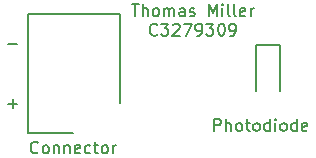
<source format=gto>
G04 #@! TF.GenerationSoftware,KiCad,Pcbnew,5.1.6*
G04 #@! TF.CreationDate,2020-09-30T09:36:14+10:00*
G04 #@! TF.ProjectId,Photodiode,50686f74-6f64-4696-9f64-652e6b696361,rev?*
G04 #@! TF.SameCoordinates,Original*
G04 #@! TF.FileFunction,Legend,Top*
G04 #@! TF.FilePolarity,Positive*
%FSLAX46Y46*%
G04 Gerber Fmt 4.6, Leading zero omitted, Abs format (unit mm)*
G04 Created by KiCad (PCBNEW 5.1.6) date 2020-09-30 09:36:14*
%MOMM*%
%LPD*%
G01*
G04 APERTURE LIST*
%ADD10C,0.150000*%
%ADD11C,0.200000*%
G04 APERTURE END LIST*
D10*
X114213333Y-50697380D02*
X114784761Y-50697380D01*
X114499047Y-51697380D02*
X114499047Y-50697380D01*
X115118095Y-51697380D02*
X115118095Y-50697380D01*
X115546666Y-51697380D02*
X115546666Y-51173571D01*
X115499047Y-51078333D01*
X115403809Y-51030714D01*
X115260952Y-51030714D01*
X115165714Y-51078333D01*
X115118095Y-51125952D01*
X116165714Y-51697380D02*
X116070476Y-51649761D01*
X116022857Y-51602142D01*
X115975238Y-51506904D01*
X115975238Y-51221190D01*
X116022857Y-51125952D01*
X116070476Y-51078333D01*
X116165714Y-51030714D01*
X116308571Y-51030714D01*
X116403809Y-51078333D01*
X116451428Y-51125952D01*
X116499047Y-51221190D01*
X116499047Y-51506904D01*
X116451428Y-51602142D01*
X116403809Y-51649761D01*
X116308571Y-51697380D01*
X116165714Y-51697380D01*
X116927619Y-51697380D02*
X116927619Y-51030714D01*
X116927619Y-51125952D02*
X116975238Y-51078333D01*
X117070476Y-51030714D01*
X117213333Y-51030714D01*
X117308571Y-51078333D01*
X117356190Y-51173571D01*
X117356190Y-51697380D01*
X117356190Y-51173571D02*
X117403809Y-51078333D01*
X117499047Y-51030714D01*
X117641904Y-51030714D01*
X117737142Y-51078333D01*
X117784761Y-51173571D01*
X117784761Y-51697380D01*
X118689523Y-51697380D02*
X118689523Y-51173571D01*
X118641904Y-51078333D01*
X118546666Y-51030714D01*
X118356190Y-51030714D01*
X118260952Y-51078333D01*
X118689523Y-51649761D02*
X118594285Y-51697380D01*
X118356190Y-51697380D01*
X118260952Y-51649761D01*
X118213333Y-51554523D01*
X118213333Y-51459285D01*
X118260952Y-51364047D01*
X118356190Y-51316428D01*
X118594285Y-51316428D01*
X118689523Y-51268809D01*
X119118095Y-51649761D02*
X119213333Y-51697380D01*
X119403809Y-51697380D01*
X119499047Y-51649761D01*
X119546666Y-51554523D01*
X119546666Y-51506904D01*
X119499047Y-51411666D01*
X119403809Y-51364047D01*
X119260952Y-51364047D01*
X119165714Y-51316428D01*
X119118095Y-51221190D01*
X119118095Y-51173571D01*
X119165714Y-51078333D01*
X119260952Y-51030714D01*
X119403809Y-51030714D01*
X119499047Y-51078333D01*
X120737142Y-51697380D02*
X120737142Y-50697380D01*
X121070476Y-51411666D01*
X121403809Y-50697380D01*
X121403809Y-51697380D01*
X121880000Y-51697380D02*
X121880000Y-51030714D01*
X121880000Y-50697380D02*
X121832380Y-50745000D01*
X121880000Y-50792619D01*
X121927619Y-50745000D01*
X121880000Y-50697380D01*
X121880000Y-50792619D01*
X122499047Y-51697380D02*
X122403809Y-51649761D01*
X122356190Y-51554523D01*
X122356190Y-50697380D01*
X123022857Y-51697380D02*
X122927619Y-51649761D01*
X122880000Y-51554523D01*
X122880000Y-50697380D01*
X123784761Y-51649761D02*
X123689523Y-51697380D01*
X123499047Y-51697380D01*
X123403809Y-51649761D01*
X123356190Y-51554523D01*
X123356190Y-51173571D01*
X123403809Y-51078333D01*
X123499047Y-51030714D01*
X123689523Y-51030714D01*
X123784761Y-51078333D01*
X123832380Y-51173571D01*
X123832380Y-51268809D01*
X123356190Y-51364047D01*
X124260952Y-51697380D02*
X124260952Y-51030714D01*
X124260952Y-51221190D02*
X124308571Y-51125952D01*
X124356190Y-51078333D01*
X124451428Y-51030714D01*
X124546666Y-51030714D01*
X116356190Y-53252142D02*
X116308571Y-53299761D01*
X116165714Y-53347380D01*
X116070476Y-53347380D01*
X115927619Y-53299761D01*
X115832380Y-53204523D01*
X115784761Y-53109285D01*
X115737142Y-52918809D01*
X115737142Y-52775952D01*
X115784761Y-52585476D01*
X115832380Y-52490238D01*
X115927619Y-52395000D01*
X116070476Y-52347380D01*
X116165714Y-52347380D01*
X116308571Y-52395000D01*
X116356190Y-52442619D01*
X116689523Y-52347380D02*
X117308571Y-52347380D01*
X116975238Y-52728333D01*
X117118095Y-52728333D01*
X117213333Y-52775952D01*
X117260952Y-52823571D01*
X117308571Y-52918809D01*
X117308571Y-53156904D01*
X117260952Y-53252142D01*
X117213333Y-53299761D01*
X117118095Y-53347380D01*
X116832380Y-53347380D01*
X116737142Y-53299761D01*
X116689523Y-53252142D01*
X117689523Y-52442619D02*
X117737142Y-52395000D01*
X117832380Y-52347380D01*
X118070476Y-52347380D01*
X118165714Y-52395000D01*
X118213333Y-52442619D01*
X118260952Y-52537857D01*
X118260952Y-52633095D01*
X118213333Y-52775952D01*
X117641904Y-53347380D01*
X118260952Y-53347380D01*
X118594285Y-52347380D02*
X119260952Y-52347380D01*
X118832380Y-53347380D01*
X119689523Y-53347380D02*
X119880000Y-53347380D01*
X119975238Y-53299761D01*
X120022857Y-53252142D01*
X120118095Y-53109285D01*
X120165714Y-52918809D01*
X120165714Y-52537857D01*
X120118095Y-52442619D01*
X120070476Y-52395000D01*
X119975238Y-52347380D01*
X119784761Y-52347380D01*
X119689523Y-52395000D01*
X119641904Y-52442619D01*
X119594285Y-52537857D01*
X119594285Y-52775952D01*
X119641904Y-52871190D01*
X119689523Y-52918809D01*
X119784761Y-52966428D01*
X119975238Y-52966428D01*
X120070476Y-52918809D01*
X120118095Y-52871190D01*
X120165714Y-52775952D01*
X120499047Y-52347380D02*
X121118095Y-52347380D01*
X120784761Y-52728333D01*
X120927619Y-52728333D01*
X121022857Y-52775952D01*
X121070476Y-52823571D01*
X121118095Y-52918809D01*
X121118095Y-53156904D01*
X121070476Y-53252142D01*
X121022857Y-53299761D01*
X120927619Y-53347380D01*
X120641904Y-53347380D01*
X120546666Y-53299761D01*
X120499047Y-53252142D01*
X121737142Y-52347380D02*
X121832380Y-52347380D01*
X121927619Y-52395000D01*
X121975238Y-52442619D01*
X122022857Y-52537857D01*
X122070476Y-52728333D01*
X122070476Y-52966428D01*
X122022857Y-53156904D01*
X121975238Y-53252142D01*
X121927619Y-53299761D01*
X121832380Y-53347380D01*
X121737142Y-53347380D01*
X121641904Y-53299761D01*
X121594285Y-53252142D01*
X121546666Y-53156904D01*
X121499047Y-52966428D01*
X121499047Y-52728333D01*
X121546666Y-52537857D01*
X121594285Y-52442619D01*
X121641904Y-52395000D01*
X121737142Y-52347380D01*
X122546666Y-53347380D02*
X122737142Y-53347380D01*
X122832380Y-53299761D01*
X122880000Y-53252142D01*
X122975238Y-53109285D01*
X123022857Y-52918809D01*
X123022857Y-52537857D01*
X122975238Y-52442619D01*
X122927619Y-52395000D01*
X122832380Y-52347380D01*
X122641904Y-52347380D01*
X122546666Y-52395000D01*
X122499047Y-52442619D01*
X122451428Y-52537857D01*
X122451428Y-52775952D01*
X122499047Y-52871190D01*
X122546666Y-52918809D01*
X122641904Y-52966428D01*
X122832380Y-52966428D01*
X122927619Y-52918809D01*
X122975238Y-52871190D01*
X123022857Y-52775952D01*
X103759047Y-54046428D02*
X104520952Y-54046428D01*
X103759047Y-59126428D02*
X104520952Y-59126428D01*
X104140000Y-59507380D02*
X104140000Y-58745476D01*
D11*
X105420000Y-61555000D02*
X109220000Y-61555000D01*
X105420000Y-51555000D02*
X105420000Y-61555000D01*
X113220000Y-51555000D02*
X105420000Y-51555000D01*
X113220000Y-59055000D02*
X113220000Y-51555000D01*
X124680000Y-54115000D02*
X124680000Y-58065000D01*
X126780000Y-54115000D02*
X124680000Y-54115000D01*
X126780000Y-58065000D02*
X126780000Y-54115000D01*
D10*
X106267619Y-63222142D02*
X106220000Y-63269761D01*
X106077142Y-63317380D01*
X105981904Y-63317380D01*
X105839047Y-63269761D01*
X105743809Y-63174523D01*
X105696190Y-63079285D01*
X105648571Y-62888809D01*
X105648571Y-62745952D01*
X105696190Y-62555476D01*
X105743809Y-62460238D01*
X105839047Y-62365000D01*
X105981904Y-62317380D01*
X106077142Y-62317380D01*
X106220000Y-62365000D01*
X106267619Y-62412619D01*
X106839047Y-63317380D02*
X106743809Y-63269761D01*
X106696190Y-63222142D01*
X106648571Y-63126904D01*
X106648571Y-62841190D01*
X106696190Y-62745952D01*
X106743809Y-62698333D01*
X106839047Y-62650714D01*
X106981904Y-62650714D01*
X107077142Y-62698333D01*
X107124761Y-62745952D01*
X107172380Y-62841190D01*
X107172380Y-63126904D01*
X107124761Y-63222142D01*
X107077142Y-63269761D01*
X106981904Y-63317380D01*
X106839047Y-63317380D01*
X107600952Y-62650714D02*
X107600952Y-63317380D01*
X107600952Y-62745952D02*
X107648571Y-62698333D01*
X107743809Y-62650714D01*
X107886666Y-62650714D01*
X107981904Y-62698333D01*
X108029523Y-62793571D01*
X108029523Y-63317380D01*
X108505714Y-62650714D02*
X108505714Y-63317380D01*
X108505714Y-62745952D02*
X108553333Y-62698333D01*
X108648571Y-62650714D01*
X108791428Y-62650714D01*
X108886666Y-62698333D01*
X108934285Y-62793571D01*
X108934285Y-63317380D01*
X109791428Y-63269761D02*
X109696190Y-63317380D01*
X109505714Y-63317380D01*
X109410476Y-63269761D01*
X109362857Y-63174523D01*
X109362857Y-62793571D01*
X109410476Y-62698333D01*
X109505714Y-62650714D01*
X109696190Y-62650714D01*
X109791428Y-62698333D01*
X109839047Y-62793571D01*
X109839047Y-62888809D01*
X109362857Y-62984047D01*
X110696190Y-63269761D02*
X110600952Y-63317380D01*
X110410476Y-63317380D01*
X110315238Y-63269761D01*
X110267619Y-63222142D01*
X110220000Y-63126904D01*
X110220000Y-62841190D01*
X110267619Y-62745952D01*
X110315238Y-62698333D01*
X110410476Y-62650714D01*
X110600952Y-62650714D01*
X110696190Y-62698333D01*
X110981904Y-62650714D02*
X111362857Y-62650714D01*
X111124761Y-62317380D02*
X111124761Y-63174523D01*
X111172380Y-63269761D01*
X111267619Y-63317380D01*
X111362857Y-63317380D01*
X111839047Y-63317380D02*
X111743809Y-63269761D01*
X111696190Y-63222142D01*
X111648571Y-63126904D01*
X111648571Y-62841190D01*
X111696190Y-62745952D01*
X111743809Y-62698333D01*
X111839047Y-62650714D01*
X111981904Y-62650714D01*
X112077142Y-62698333D01*
X112124761Y-62745952D01*
X112172380Y-62841190D01*
X112172380Y-63126904D01*
X112124761Y-63222142D01*
X112077142Y-63269761D01*
X111981904Y-63317380D01*
X111839047Y-63317380D01*
X112600952Y-63317380D02*
X112600952Y-62650714D01*
X112600952Y-62841190D02*
X112648571Y-62745952D01*
X112696190Y-62698333D01*
X112791428Y-62650714D01*
X112886666Y-62650714D01*
X121166428Y-61412380D02*
X121166428Y-60412380D01*
X121547380Y-60412380D01*
X121642619Y-60460000D01*
X121690238Y-60507619D01*
X121737857Y-60602857D01*
X121737857Y-60745714D01*
X121690238Y-60840952D01*
X121642619Y-60888571D01*
X121547380Y-60936190D01*
X121166428Y-60936190D01*
X122166428Y-61412380D02*
X122166428Y-60412380D01*
X122595000Y-61412380D02*
X122595000Y-60888571D01*
X122547380Y-60793333D01*
X122452142Y-60745714D01*
X122309285Y-60745714D01*
X122214047Y-60793333D01*
X122166428Y-60840952D01*
X123214047Y-61412380D02*
X123118809Y-61364761D01*
X123071190Y-61317142D01*
X123023571Y-61221904D01*
X123023571Y-60936190D01*
X123071190Y-60840952D01*
X123118809Y-60793333D01*
X123214047Y-60745714D01*
X123356904Y-60745714D01*
X123452142Y-60793333D01*
X123499761Y-60840952D01*
X123547380Y-60936190D01*
X123547380Y-61221904D01*
X123499761Y-61317142D01*
X123452142Y-61364761D01*
X123356904Y-61412380D01*
X123214047Y-61412380D01*
X123833095Y-60745714D02*
X124214047Y-60745714D01*
X123975952Y-60412380D02*
X123975952Y-61269523D01*
X124023571Y-61364761D01*
X124118809Y-61412380D01*
X124214047Y-61412380D01*
X124690238Y-61412380D02*
X124595000Y-61364761D01*
X124547380Y-61317142D01*
X124499761Y-61221904D01*
X124499761Y-60936190D01*
X124547380Y-60840952D01*
X124595000Y-60793333D01*
X124690238Y-60745714D01*
X124833095Y-60745714D01*
X124928333Y-60793333D01*
X124975952Y-60840952D01*
X125023571Y-60936190D01*
X125023571Y-61221904D01*
X124975952Y-61317142D01*
X124928333Y-61364761D01*
X124833095Y-61412380D01*
X124690238Y-61412380D01*
X125880714Y-61412380D02*
X125880714Y-60412380D01*
X125880714Y-61364761D02*
X125785476Y-61412380D01*
X125595000Y-61412380D01*
X125499761Y-61364761D01*
X125452142Y-61317142D01*
X125404523Y-61221904D01*
X125404523Y-60936190D01*
X125452142Y-60840952D01*
X125499761Y-60793333D01*
X125595000Y-60745714D01*
X125785476Y-60745714D01*
X125880714Y-60793333D01*
X126356904Y-61412380D02*
X126356904Y-60745714D01*
X126356904Y-60412380D02*
X126309285Y-60460000D01*
X126356904Y-60507619D01*
X126404523Y-60460000D01*
X126356904Y-60412380D01*
X126356904Y-60507619D01*
X126975952Y-61412380D02*
X126880714Y-61364761D01*
X126833095Y-61317142D01*
X126785476Y-61221904D01*
X126785476Y-60936190D01*
X126833095Y-60840952D01*
X126880714Y-60793333D01*
X126975952Y-60745714D01*
X127118809Y-60745714D01*
X127214047Y-60793333D01*
X127261666Y-60840952D01*
X127309285Y-60936190D01*
X127309285Y-61221904D01*
X127261666Y-61317142D01*
X127214047Y-61364761D01*
X127118809Y-61412380D01*
X126975952Y-61412380D01*
X128166428Y-61412380D02*
X128166428Y-60412380D01*
X128166428Y-61364761D02*
X128071190Y-61412380D01*
X127880714Y-61412380D01*
X127785476Y-61364761D01*
X127737857Y-61317142D01*
X127690238Y-61221904D01*
X127690238Y-60936190D01*
X127737857Y-60840952D01*
X127785476Y-60793333D01*
X127880714Y-60745714D01*
X128071190Y-60745714D01*
X128166428Y-60793333D01*
X129023571Y-61364761D02*
X128928333Y-61412380D01*
X128737857Y-61412380D01*
X128642619Y-61364761D01*
X128595000Y-61269523D01*
X128595000Y-60888571D01*
X128642619Y-60793333D01*
X128737857Y-60745714D01*
X128928333Y-60745714D01*
X129023571Y-60793333D01*
X129071190Y-60888571D01*
X129071190Y-60983809D01*
X128595000Y-61079047D01*
M02*

</source>
